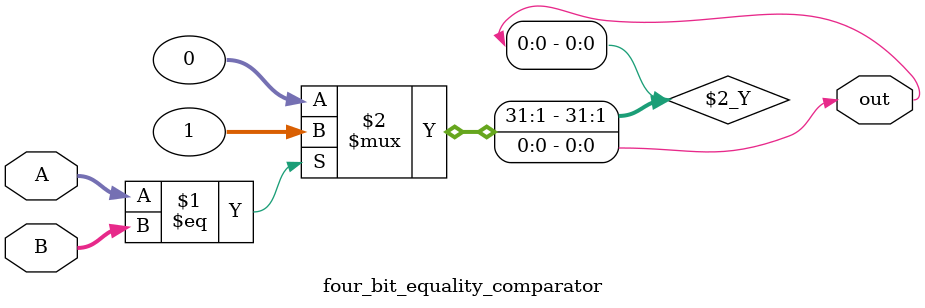
<source format=v>
module four_bit_equality_comparator(
    input[3:0] A,B,
    output out
);
    assign out=(A==B)?1:0; 
endmodule
</source>
